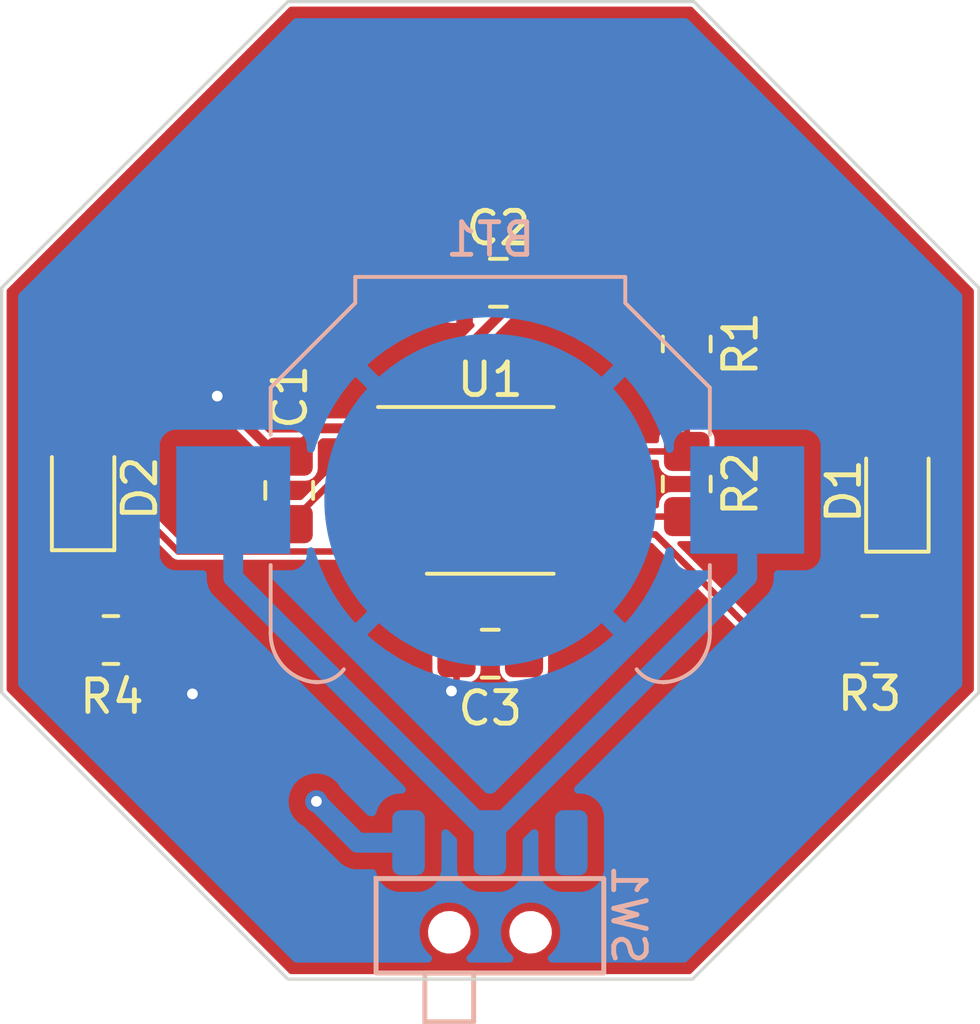
<source format=kicad_pcb>
(kicad_pcb (version 20211014) (generator pcbnew)
  (layers (0 "F.Cu" signal) (31 "B.Cu" signal) (34 "B.Paste" user) (35 "F.Paste" user) (36 "B.SilkS" user "B.Silkscreen") (37 "F.SilkS" user "F.Silkscreen") (38 "B.Mask" user) (39 "F.Mask" user) (44 "Edge.Cuts" user))
  (net 0 "")
  (net 1 "Net-(BT1-Pad1)")
  (net 2 "GND")
  (net 3 "Net-(C1-Pad1)")
  (net 4 "/VCC")
  (net 5 "Net-(C3-Pad1)")
  (net 6 "Net-(D1-Pad1)")
  (net 7 "Net-(D2-Pad1)")
  (net 8 "Net-(D2-Pad2)")
  (net 9 "Net-(R1-Pad2)")
  (footprint "Resistor_SMD:R_0805_2012Metric_Pad1.20x1.40mm_HandSolder" (layer "F.Cu") (at 204.71 58.29 180)
    (fp_text reference "R3" (at 0 -1.65) (layer "F.SilkS"))
    (fp_text value "200Ω")
    (fp_line (start -0.227064 0.735) (end 0.227064 0.735) (layer "F.SilkS") (width 0.12))
    (fp_line (start -0.227064 -0.735) (end 0.227064 -0.735) (layer "F.SilkS") (width 0.12))
    (pad "1" smd roundrect (at -1 0 180) (size 1.2 1.4) (layers "F.Cu" "F.Paste" "F.Mask") (roundrect_rratio 0.208333) (net 6 "Net-(D1-Pad1)"))
    (pad "2" smd roundrect (at 1 0 180) (size 1.2 1.4) (layers "F.Cu" "F.Paste" "F.Mask") (roundrect_rratio 0.208333) (net 8 "Net-(D2-Pad2)"))
  )
  (footprint "Capacitor_SMD:C_0805_2012Metric_Pad1.18x1.45mm_HandSolder" (layer "F.Cu") (at 186.87 53.695 90)
    (fp_text reference "C1" (at 2.87 0.02 90) (layer "F.SilkS"))
    (fp_text value "300nF")
    (fp_line (start -0.261252 -0.735) (end 0.261252 -0.735) (layer "F.SilkS") (width 0.12))
    (fp_line (start -0.261252 0.735) (end 0.261252 0.735) (layer "F.SilkS") (width 0.12))
    (pad "1" smd roundrect (at -1.0375 0 90) (size 1.175 1.45) (layers "F.Cu" "F.Paste" "F.Mask") (roundrect_rratio 0.212766) (net 3 "Net-(C1-Pad1)"))
    (pad "2" smd roundrect (at 1.0375 0 90) (size 1.175 1.45) (layers "F.Cu" "F.Paste" "F.Mask") (roundrect_rratio 0.212766) (net 2 "GND"))
  )
  (footprint "Capacitor_SMD:C_0805_2012Metric_Pad1.18x1.45mm_HandSolder" (layer "F.Cu") (at 193.05 58.71 180)
    (fp_text reference "C3" (at 0 -1.68) (layer "F.SilkS"))
    (fp_text value "100nF")
    (fp_line (start -0.261252 -0.735) (end 0.261252 -0.735) (layer "F.SilkS") (width 0.12))
    (fp_line (start -0.261252 0.735) (end 0.261252 0.735) (layer "F.SilkS") (width 0.12))
    (pad "1" smd roundrect (at -1.0375 0 180) (size 1.175 1.45) (layers "F.Cu" "F.Paste" "F.Mask") (roundrect_rratio 0.212766) (net 5 "Net-(C3-Pad1)"))
    (pad "2" smd roundrect (at 1.0375 0 180) (size 1.175 1.45) (layers "F.Cu" "F.Paste" "F.Mask") (roundrect_rratio 0.212766) (net 2 "GND"))
  )
  (footprint "Resistor_SMD:R_0805_2012Metric_Pad1.20x1.40mm_HandSolder" (layer "F.Cu") (at 199.09 49.2 -90)
    (fp_text reference "R1" (at 0 -1.65 90) (layer "F.SilkS"))
    (fp_text value "10kΩ")
    (fp_line (start -0.227064 0.735) (end 0.227064 0.735) (layer "F.SilkS") (width 0.12))
    (fp_line (start -0.227064 -0.735) (end 0.227064 -0.735) (layer "F.SilkS") (width 0.12))
    (pad "1" smd roundrect (at -1 0 270) (size 1.2 1.4) (layers "F.Cu" "F.Paste" "F.Mask") (roundrect_rratio 0.208333) (net 4 "/VCC"))
    (pad "2" smd roundrect (at 1 0 270) (size 1.2 1.4) (layers "F.Cu" "F.Paste" "F.Mask") (roundrect_rratio 0.208333) (net 9 "Net-(R1-Pad2)"))
  )
  (footprint "Resistor_SMD:R_0805_2012Metric_Pad1.20x1.40mm_HandSolder" (layer "F.Cu") (at 181.39 58.29)
    (fp_text reference "R4" (at 0.03 1.74) (layer "F.SilkS"))
    (fp_text value "200Ω")
    (fp_line (start -0.227064 -0.735) (end 0.227064 -0.735) (layer "F.SilkS") (width 0.12))
    (fp_line (start -0.227064 0.735) (end 0.227064 0.735) (layer "F.SilkS") (width 0.12))
    (pad "1" smd roundrect (at -1 0) (size 1.2 1.4) (layers "F.Cu" "F.Paste" "F.Mask") (roundrect_rratio 0.208333) (net 7 "Net-(D2-Pad1)"))
    (pad "2" smd roundrect (at 1 0) (size 1.2 1.4) (layers "F.Cu" "F.Paste" "F.Mask") (roundrect_rratio 0.208333) (net 2 "GND"))
  )
  (footprint "Capacitor_SMD:C_0805_2012Metric_Pad1.18x1.45mm_HandSolder" (layer "F.Cu") (at 193.3 47.32)
    (fp_text reference "C2" (at 0 -1.68) (layer "F.SilkS"))
    (fp_text value "100nF")
    (fp_line (start -0.261252 -0.735) (end 0.261252 -0.735) (layer "F.SilkS") (width 0.12))
    (fp_line (start -0.261252 0.735) (end 0.261252 0.735) (layer "F.SilkS") (width 0.12))
    (pad "1" smd roundrect (at -1.0375 0) (size 1.175 1.45) (layers "F.Cu" "F.Paste" "F.Mask") (roundrect_rratio 0.212766) (net 4 "/VCC"))
    (pad "2" smd roundrect (at 1.0375 0) (size 1.175 1.45) (layers "F.Cu" "F.Paste" "F.Mask") (roundrect_rratio 0.212766) (net 2 "GND"))
  )
  (footprint "LED_SMD:LED_0805_2012Metric_Pad1.15x1.40mm_HandSolder" (layer "F.Cu") (at 180.535 53.6725 90)
    (fp_text reference "D2" (at 0.0425 1.745 90) (layer "F.SilkS"))
    (fp_text value "LED")
    (fp_line (start -1.86 -0.96) (end -1.86 0.96) (layer "F.SilkS") (width 0.12))
    (fp_line (start 1 -0.96) (end -1.86 -0.96) (layer "F.SilkS") (width 0.12))
    (fp_line (start -1.86 0.96) (end 1 0.96) (layer "F.SilkS") (width 0.12))
    (pad "1" smd roundrect (at -1.025 0 90) (size 1.15 1.4) (layers "F.Cu" "F.Paste" "F.Mask") (roundrect_rratio 0.217391) (net 7 "Net-(D2-Pad1)"))
    (pad "2" smd roundrect (at 1.025 0 90) (size 1.15 1.4) (layers "F.Cu" "F.Paste" "F.Mask") (roundrect_rratio 0.217391) (net 8 "Net-(D2-Pad2)"))
  )
  (footprint "Package_SO:SOIC-8_3.9x4.9mm_P1.27mm" (layer "F.Cu") (at 193.05 53.695)
    (fp_text reference "U1" (at 0 -3.4) (layer "F.SilkS"))
    (fp_text value "TLC551CD‎")
    (fp_line (start 0 2.56) (end 1.95 2.56) (layer "F.SilkS") (width 0.12))
    (fp_line (start 0 -2.56) (end -3.45 -2.56) (layer "F.SilkS") (width 0.12))
    (fp_line (start 0 2.56) (end -1.95 2.56) (layer "F.SilkS") (width 0.12))
    (fp_line (start 0 -2.56) (end 1.95 -2.56) (layer "F.SilkS") (width 0.12))
    (pad "1" smd roundrect (at -2.475 -1.905) (size 1.95 0.6) (layers "F.Cu" "F.Paste" "F.Mask") (net 2 "GND"))
    (pad "2" smd roundrect (at -2.475 -0.635) (size 1.95 0.6) (layers "F.Cu" "F.Paste" "F.Mask") (net 3 "Net-(C1-Pad1)"))
    (pad "3" smd roundrect (at -2.475 0.635) (size 1.95 0.6) (layers "F.Cu" "F.Paste" "F.Mask") (net 8 "Net-(D2-Pad2)"))
    (pad "4" smd roundrect (at -2.475 1.905) (size 1.95 0.6) (layers "F.Cu" "F.Paste" "F.Mask") (net 4 "/VCC"))
    (pad "5" smd roundrect (at 2.475 1.905) (size 1.95 0.6) (layers "F.Cu" "F.Paste" "F.Mask") (net 5 "Net-(C3-Pad1)"))
    (pad "6" smd roundrect (at 2.475 0.635) (size 1.95 0.6) (layers "F.Cu" "F.Paste" "F.Mask") (net 3 "Net-(C1-Pad1)"))
    (pad "7" smd roundrect (at 2.475 -0.635) (size 1.95 0.6) (layers "F.Cu" "F.Paste" "F.Mask") (net 9 "Net-(R1-Pad2)"))
    (pad "8" smd roundrect (at 2.475 -1.905) (size 1.95 0.6) (layers "F.Cu" "F.Paste" "F.Mask") (net 4 "/VCC"))
  )
  (footprint "Resistor_SMD:R_0805_2012Metric_Pad1.20x1.40mm_HandSolder" (layer "F.Cu") (at 199.09 53.5 -90)
    (fp_text reference "R2" (at 0 -1.65 90) (layer "F.SilkS"))
    (fp_text value "1MΩ")
    (fp_line (start -0.227064 -0.735) (end 0.227064 -0.735) (layer "F.SilkS") (width 0.12))
    (fp_line (start -0.227064 0.735) (end 0.227064 0.735) (layer "F.SilkS") (width 0.12))
    (pad "1" smd roundrect (at -1 0 270) (size 1.2 1.4) (layers "F.Cu" "F.Paste" "F.Mask") (roundrect_rratio 0.208333) (net 9 "Net-(R1-Pad2)"))
    (pad "2" smd roundrect (at 1 0 270) (size 1.2 1.4) (layers "F.Cu" "F.Paste" "F.Mask") (roundrect_rratio 0.208333) (net 3 "Net-(C1-Pad1)"))
  )
  (footprint "LED_SMD:LED_0805_2012Metric_Pad1.15x1.40mm_HandSolder" (layer "F.Cu") (at 205.565 53.7175 90)
    (fp_text reference "D1" (at 0 -1.65 90) (layer "F.SilkS"))
    (fp_text value "LED")
    (fp_line (start -1.86 0.96) (end 1 0.96) (layer "F.SilkS") (width 0.12))
    (fp_line (start 1 -0.96) (end -1.86 -0.96) (layer "F.SilkS") (width 0.12))
    (fp_line (start -1.86 -0.96) (end -1.86 0.96) (layer "F.SilkS") (width 0.12))
    (pad "1" smd roundrect (at -1.025 0 90) (size 1.15 1.4) (layers "F.Cu" "F.Paste" "F.Mask") (roundrect_rratio 0.217391) (net 6 "Net-(D1-Pad1)"))
    (pad "2" smd roundrect (at 1.025 0 90) (size 1.15 1.4) (layers "F.Cu" "F.Paste" "F.Mask") (roundrect_rratio 0.217391) (net 4 "/VCC"))
  )
  (footprint "Blinky_ZAM:SSK-1202" (layer "B.Cu") (at 193.040001 64.516401)
    (property "Reference" "SW?")
    (property "Value" "SW_SPDT")
    (fp_text reference "SW1" (at 4.26 2.2056 270 unlocked) (layer "B.SilkS") (effects (justify mirror)))
    (fp_text value "SW_SPDT")
    (fp_rect (start -2 5.499999) (end -0.5 4) (layer "B.SilkS") (width 0.1524) (fill none))
    (fp_rect (start -3.500001 1.1) (end 3.5 4) (layer "B.SilkS") (width 0.1524) (fill none))
    (pad "" np_thru_hole circle (at -1.25 2.75) (size 0.8 0.8) (drill 0.8) (layers F&B.Cu *.Mask))
    (pad "" np_thru_hole circle (at 1.25 2.75) (size 0.8 0.8) (drill 0.8) (layers F&B.Cu *.Mask))
    (pad "1" smd roundrect (at -2.5 0) (size 1 2) (layers "B.Cu" "B.Paste" "B.Mask") (net 4 "/VCC"))
    (pad "2" smd roundrect (at 0 0) (size 1 2) (layers "B.Cu" "B.Paste" "B.Mask") (net 1 "Net-(BT1-Pad1)"))
    (pad "3" smd roundrect (at 2.5 0) (size 1 2) (layers "B.Cu" "B.Paste" "B.Mask"))
  )
  (footprint "Battery:BatteryHolder_Keystone_3000_1x12mm" (layer "B.Cu") (at 193.05 53.99 180)
    (fp_text reference "BT1" (at 0 8) (layer "B.SilkS") (effects (justify mirror)))
    (fp_text value "Battery_Cell")
    (fp_line (start 6.75 3.45) (end 6.75 2) (layer "B.SilkS") (width 0.12))
    (fp_line (start -6.75 3.45) (end -4.15 6.05) (layer "B.SilkS") (width 0.12))
    (fp_line (start 4.15 6.85) (end 4.15 6.05) (layer "B.SilkS") (width 0.12))
    (fp_line (start -4.15 6.05) (end -4.15 6.85) (layer "B.SilkS") (width 0.12))
    (fp_line (start -6.75 -2) (end -6.75 -4.1) (layer "B.SilkS") (width 0.12))
    (fp_line (start -6.75 2) (end -6.75 3.45) (layer "B.SilkS") (width 0.12))
    (fp_line (start 4.15 6.05) (end 6.75 3.45) (layer "B.SilkS") (width 0.12))
    (fp_line (start -4.15 6.85) (end 4.15 6.85) (layer "B.SilkS") (width 0.12))
    (fp_line (start 6.75 -2) (end 6.75 -4.1) (layer "B.SilkS") (width 0.12))
    (fp_arc (start 4.5 -5.2) (mid 4.90584 -5.514615) (end 5.414615 -5.58416) (layer "B.SilkS") (width 0.12))
    (fp_arc (start 5.3 -5.6) (mid 6.346016 -5.125305) (end 6.75 -4.05) (layer "B.SilkS") (width 0.12))
    (fp_arc (start -6.75 -4.05) (mid -6.346016 -5.125305) (end -5.3 -5.6) (layer "B.SilkS") (width 0.12))
    (fp_arc (start -5.414615 -5.58416) (mid -4.90584 -5.514615) (end -4.5 -5.2) (layer "B.SilkS") (width 0.12))
    (pad "1" smd rect (at 7.9 0 180) (size 3.5 3.3) (layers "B.Cu" "B.Paste" "B.Mask") (net 1 "Net-(BT1-Pad1)"))
    (pad "1" smd rect (at -7.9 0 180) (size 3.5 3.3) (layers "B.Cu" "B.Paste" "B.Mask") (net 1 "Net-(BT1-Pad1)"))
    (pad "2" smd circle (at 0 0 180) (size 10.2 10.2) (layers "B.Cu" "B.Mask") (net 2 "GND"))
  )
  (gr_poly (pts (xy 208.07 47.475) (xy 208.07 59.905) (xy 199.27 68.705) (xy 186.83 68.705) (xy 178.03 59.905) (xy 178.03 47.475) (xy 186.83 38.685) (xy 199.31 38.685)) (layer "Edge.Cuts") (width 0.1) (fill none))
  (segment (start 193.04 64.262) (end 185.15 56.372) (width 0.6096) (layer "B.Cu") (net 1))
  (segment (start 193.04 64.262) (end 200.95 56.352) (width 0.6096) (layer "B.Cu") (net 1))
  (segment (start 193.04 64.262) (end 193.040001 64.516401) (width 0.2) (layer "B.Cu") (net 1))
  (segment (start 185.15 56.372) (end 185.15 53.99) (width 0.6096) (layer "B.Cu") (net 1))
  (segment (start 200.95 56.352) (end 200.95 53.99) (width 0.6096) (layer "B.Cu") (net 1))
  (segment (start 190.575 51.79) (end 190.575 51.0825) (width 0.3048) (layer "F.Cu") (net 2))
  (segment (start 186.5155 52.6575) (end 184.658 50.8) (width 0.3048) (layer "F.Cu") (net 2))
  (segment (start 192.0125 58.71) (end 192.0125 59.7015) (width 0.2) (layer "F.Cu") (net 2))
  (segment (start 186.87 52.6575) (end 186.5155 52.6575) (width 0.3048) (layer "F.Cu") (net 2))
  (segment (start 187.7375 51.79) (end 186.87 52.6575) (width 0.3048) (layer "F.Cu") (net 2))
  (segment (start 182.39 58.438) (end 183.896 59.944) (width 0.2) (layer "F.Cu") (net 2))
  (segment (start 182.39 58.29) (end 182.39 58.438) (width 0.2) (layer "F.Cu") (net 2))
  (segment (start 190.575 51.0825) (end 194.3375 47.32) (width 0.3048) (layer "F.Cu") (net 2))
  (segment (start 192.0125 59.7015) (end 191.857588 59.856412) (width 0.2) (layer "F.Cu") (net 2))
  (segment (start 190.575 51.79) (end 187.7375 51.79) (width 0.3048) (layer "F.Cu") (net 2))
  (via (at 191.857588 59.856412) (size 0.6858) (drill 0.3302) (layers "F.Cu" "B.Cu") (net 2))
  (via (at 183.896 59.944) (size 0.6858) (drill 0.3302) (layers "F.Cu" "B.Cu") (net 2))
  (via (at 184.658 50.8) (size 0.6858) (drill 0.3302) (layers "F.Cu" "B.Cu") (net 2))
  (segment (start 199.09 54.5) (end 195.695 54.5) (width 0.2) (layer "F.Cu") (net 3))
  (segment (start 188.5425 53.06) (end 190.575 53.06) (width 0.2) (layer "F.Cu") (net 3))
  (segment (start 195.695 54.5) (end 195.525 54.33) (width 0.2) (layer "F.Cu") (net 3))
  (segment (start 186.87 54.7325) (end 188.5425 53.06) (width 0.2) (layer "F.Cu") (net 3))
  (segment (start 195.525 54.33) (end 194.97308 53.77808) (width 0.2) (layer "F.Cu") (net 3))
  (segment (start 191.29308 53.77808) (end 190.575 53.06) (width 0.2) (layer "F.Cu") (net 3))
  (segment (start 194.97308 53.77808) (end 191.29308 53.77808) (width 0.2) (layer "F.Cu") (net 3))
  (via (at 187.706 63.246) (size 0.6858) (drill 0.3302) (layers "F.Cu" "B.Cu") (net 4))
  (segment (start 190.540001 64.516401) (end 188.976401 64.516401) (width 0.6096) (layer "B.Cu") (net 4))
  (segment (start 188.976401 64.516401) (end 187.706 63.246) (width 0.6096) (layer "B.Cu") (net 4))
  (segment (start 194.0875 58.71) (end 195.525 57.2725) (width 0.2) (layer "F.Cu") (net 5))
  (segment (start 195.525 57.2725) (end 195.525 55.6) (width 0.2) (layer "F.Cu") (net 5))
  (segment (start 205.565 54.7425) (end 205.565 58.145) (width 0.2) (layer "F.Cu") (net 6))
  (segment (start 205.565 58.145) (end 205.71 58.29) (width 0.2) (layer "F.Cu") (net 6))
  (segment (start 180.535 58.145) (end 180.535 54.6975) (width 0.2) (layer "F.Cu") (net 7))
  (segment (start 180.39 58.29) (end 180.535 58.145) (width 0.2) (layer "F.Cu") (net 7))
  (segment (start 201.370178 58.29) (end 203.71 58.29) (width 0.2) (layer "F.Cu") (net 8))
  (segment (start 183.45942 55.57192) (end 189.05968 55.57192) (width 0.2) (layer "F.Cu") (net 8))
  (segment (start 190.575 54.33) (end 191.29308 55.04808) (width 0.2) (layer "F.Cu") (net 8))
  (segment (start 189.05968 55.57192) (end 190.3016 54.33) (width 0.2) (layer "F.Cu") (net 8))
  (segment (start 198.128258 55.04808) (end 201.370178 58.29) (width 0.2) (layer "F.Cu") (net 8))
  (segment (start 180.535 52.6475) (end 183.45942 55.57192) (width 0.2) (layer "F.Cu") (net 8))
  (segment (start 190.3016 54.33) (end 190.575 54.33) (width 0.2) (layer "F.Cu") (net 8))
  (segment (start 191.29308 55.04808) (end 198.128258 55.04808) (width 0.2) (layer "F.Cu") (net 8))
  (segment (start 196.085 52.5) (end 195.525 53.06) (width 0.2) (layer "F.Cu") (net 9))
  (segment (start 199.09 50.2) (end 199.09 52.5) (width 0.2) (layer "F.Cu") (net 9))
  (segment (start 199.09 52.5) (end 196.085 52.5) (width 0.2) (layer "F.Cu") (net 9))
  (zone (net 4) (net_name "/VCC") (layer "F.Cu") (connect_pads (clearance 0.1524)) (min_thickness 0.1524) (fill yes (thermal_gap 0.508) (thermal_bridge_width 0.508))
    (polygon (pts (xy 208.07 47.47) (xy 208.07 59.91) (xy 199.26 68.71) (xy 186.83 68.7) (xy 178.03 59.9) (xy 178.03 47.47) (xy 186.83 38.68) (xy 199.31 38.68)))
  )
  (zone (net 2) (net_name "GND") (layer "B.Cu") (connect_pads (clearance 0.508)) (min_thickness 0.254) (fill yes (thermal_gap 0.508) (thermal_bridge_width 0.508))
    (polygon (pts (xy 208.07 47.47) (xy 208.07 59.89) (xy 199.27 68.71) (xy 186.84 68.7) (xy 178.03 59.91) (xy 178.03 47.47) (xy 186.83 38.69) (xy 199.31 38.68)))
  )
)
</source>
